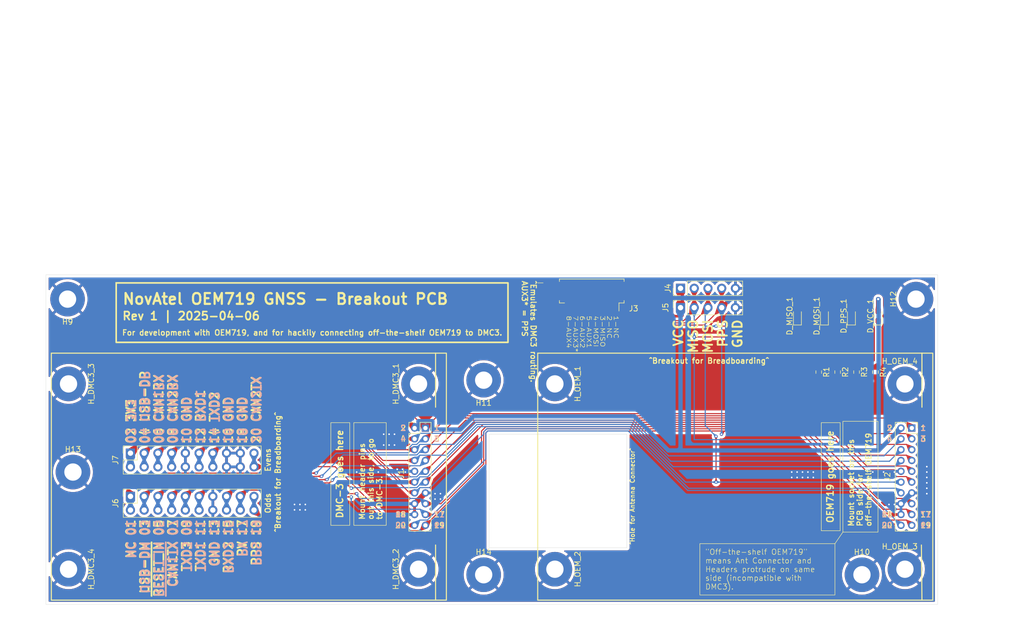
<source format=kicad_pcb>
(kicad_pcb (version 20241229) (generator "pcbnew") (generator_version "9.0")
  (title_block (date "2025-04-06") (rev "Rev 1"))
  (layers (0 "F.Cu" signal) (2 "B.Cu" signal) (13 "F.Paste" user) (15 "B.Paste" user) (5 "F.SilkS" user "F.Silkscreen") (7 "B.SilkS" user "B.Silkscreen") (1 "F.Mask" user) (3 "B.Mask" user) (25 "Edge.Cuts" user))
  (net 0 "")
  (net 1 "PIN_11")
  (net 2 "Net-(D_MISO_1-K)")
  (net 3 "Net-(D_MOSI_1-K)")
  (net 4 "PIN_12")
  (net 5 "Net-(D_PPS_1-K)")
  (net 6 "PIN_19")
  (net 7 "PIN_10")
  (net 8 "PIN_2")
  (net 9 "PIN_9")
  (net 10 "PIN_8")
  (net 11 "PIN_3")
  (net 12 "PIN_14")
  (net 13 "PIN_20")
  (net 14 "PIN_17")
  (net 15 "PIN_5")
  (net 16 "PIN_1")
  (net 17 "PIN_7")
  (net 18 "PIN_15")
  (net 19 "PIN_6")
  (net 20 "PIN_4")
  (net 26 "Net-(D_VCC_1-K)")
  (footprint "00-footprint-lib:Molex_PicoBlade_53261-0871_1x08-1MP_P1.25mm_Horizontal_Labelled" (layer "F.Cu") (at 130 74 180)
    (property "Reference" "J3")
    (property "Value" "Picoblade")
  )
  (footprint "Diode_SMD:D_0603_1608Metric_Pad1.05x0.95mm_HandSolder" (layer "F.Cu") (at 178.05 78.125 90)
    (property "Reference" "D_PPS_1")
    (property "Value" "LED")
  )
  (footprint "Resistor_SMD:R_0603_1608Metric_Pad0.98x0.95mm_HandSolder" (layer "F.Cu") (at 172 88.5 -90)
    (property "Reference" "R1")
    (property "Value" "5k1")
  )
  (footprint "MountingHole:MountingHole_3.2mm_M3_Pad" (layer "F.Cu") (at 33 75 180)
    (property "Reference" "H9")
    (property "Value" "MountingHole_Pad")
  )
  (footprint "Resistor_SMD:R_0603_1608Metric_Pad0.98x0.95mm_HandSolder" (layer "F.Cu") (at 179 88.5 -90)
    (property "Reference" "R3")
    (property "Value" "5k1")
  )
  (footprint "MountingHole:MountingHole_3.2mm_M3_Pad" (layer "F.Cu") (at 123.18 124.98 -90)
    (property "Reference" "H_OEM_2")
    (property "Value" "MountingHole_Pad")
  )
  (footprint "MountingHole:MountingHole_3.2mm_M3_Pad" (layer "F.Cu") (at 110 126)
    (property "Reference" "H14")
    (property "Value" "MountingHole_Pad")
  )
  (footprint "00-footprint-lib:PinSocket_2x10_P2.00mm_Vertical_for_OEM719" (layer "F.Cu") (at 189.22 98.86)
    (property "Reference" "J2")
    (property "Value" "Conn_02x10_Odd_Even")
  )
  (footprint "Diode_SMD:D_0603_1608Metric_Pad1.05x0.95mm_HandSolder" (layer "F.Cu") (at 183 78.125 90)
    (property "Reference" "D_VCC_1")
    (property "Value" "LED")
  )
  (footprint "Connector_PinHeader_2.54mm:PinHeader_1x05_P2.54mm_Vertical" (layer "F.Cu") (at 146.425 73 90)
    (property "Reference" "J4")
    (property "Value" "2.54mm Header")
  )
  (footprint "MountingHole:MountingHole_3.2mm_M3_Pad" (layer "F.Cu") (at 180 126)
    (property "Reference" "H10")
    (property "Value" "MountingHole_Pad")
  )
  (footprint "00-footprint-lib:PinHeader_2x10_P2.00mm_Vertical_to_DMC3" (layer "F.Cu") (at 97.22 98.86)
    (property "Reference" "J1")
    (property "Value" "Conn_02x10_Odd_Even")
  )
  (footprint "MountingHole:MountingHole_3.2mm_M3_Pad" (layer "F.Cu") (at 187.95 90.69)
    (property "Reference" "H_OEM_4")
    (property "Value" "MountingHole_Pad")
  )
  (footprint "MountingHole:MountingHole_3.2mm_M3_Pad" (layer "F.Cu") (at 97.95 124.98 90)
    (property "Reference" "H_DMC3_2")
    (property "Value" "MountingHole_Pad")
  )
  (footprint "Diode_SMD:D_0603_1608Metric_Pad1.05x0.95mm_HandSolder" (layer "F.Cu") (at 173.05 78.125 90)
    (property "Reference" "D_MOSI_1")
    (property "Value" "LED")
  )
  (footprint "MountingHole:MountingHole_3.2mm_M3_Pad" (layer "F.Cu") (at 97.95 90.69 90)
    (property "Reference" "H_DMC3_1")
    (property "Value" "MountingHole_Pad")
  )
  (footprint "MountingHole:MountingHole_3.2mm_M3_Pad" (layer "F.Cu") (at 123.18 90.69 -90)
    (property "Reference" "H_OEM_1")
    (property "Value" "MountingHole_Pad")
  )
  (footprint "Resistor_SMD:R_0603_1608Metric_Pad0.98x0.95mm_HandSolder" (layer "F.Cu") (at 182.5 88.5 -90)
    (property "Reference" "R4")
    (property "Value" "5k1")
  )
  (footprint "MountingHole:MountingHole_3.2mm_M3_Pad" (layer "F.Cu") (at 190 75 90)
    (property "Reference" "H12")
    (property "Value" "MountingHole_Pad")
  )
  (footprint "00-footprint-lib:PinHeaderSocket_2x10_P2.54mm_Vertical" (layer "F.Cu") (at 44.64 111.5 90)
    (property "Reference" "J6")
    (property "Value" "Conn_02x10_Odd_Even")
  )
  (footprint "00-footprint-lib:PinHeaderSocket_2x10_P2.54mm_Vertical" (layer "F.Cu") (at 44.64 103.5 90)
    (property "Reference" "J7")
    (property "Value" "Conn_02x10_Odd_Even")
  )
  (footprint "Connector_PinSocket_2.54mm:PinSocket_1x05_P2.54mm_Vertical" (layer "F.Cu") (at 146.425 76.575 90)
    (property "Reference" "J5")
    (property "Value" "2.54mm Socket")
  )
  (footprint "MountingHole:MountingHole_3.2mm_M3_Pad" (layer "F.Cu") (at 33.18 124.98 -90)
    (property "Reference" "H_DMC3_4")
    (property "Value" "MountingHole_Pad")
  )
  (footprint "MountingHole:MountingHole_3.2mm_M3_Pad" (layer "F.Cu") (at 33.18 90.69 -90)
    (property "Reference" "H_DMC3_3")
    (property "Value" "MountingHole_Pad")
  )
  (footprint "Resistor_SMD:R_0603_1608Metric_Pad0.98x0.95mm_HandSolder" (layer "F.Cu") (at 175.5 88.5 -90)
    (property "Reference" "R2")
    (property "Value" "5k1")
  )
  (footprint "MountingHole:MountingHole_3.2mm_M3_Pad" (layer "F.Cu") (at 110 90 180)
    (property "Reference" "H11")
    (property "Value" "MountingHole_Pad")
  )
  (footprint "MountingHole:MountingHole_3.2mm_M3_Pad" (layer "F.Cu") (at 34 107)
    (property "Reference" "H13")
    (property "Value" "MountingHole_Pad")
  )
  (footprint "Diode_SMD:D_0603_1608Metric_Pad1.05x0.95mm_HandSolder" (layer "F.Cu") (at 168.05 78.125 90)
    (property "Reference" "D_MISO_1")
    (property "Value" "LED")
  )
  (footprint "MountingHole:MountingHole_3.2mm_M3_Pad" (layer "F.Cu") (at 187.95 124.98)
    (property "Reference" "H_OEM_3")
    (property "Value" "MountingHole_Pad")
  )
  (gr_rect (start 42 72) (end 114.5 83) (stroke (width 0.3)) (fill no) (layer "F.SilkS"))
  (gr_line (start 101.1 85) (end 101.1 95) (stroke (width 0.2)) (layer "F.SilkS"))
  (gr_line (start 120 72) (end 121 72) (stroke (width 0.1)) (layer "F.SilkS"))
  (gr_line (start 191.1 85) (end 191.1 95) (stroke (width 0.2)) (layer "F.SilkS"))
  (gr_line (start 191.1 130.7) (end 191 120.5) (stroke (width 0.2)) (layer "F.SilkS"))
  (gr_rect (start 120 85) (end 193.1 130.7) (stroke (width 0.2)) (fill no) (layer "F.SilkS"))
  (gr_line (start 101.1 130.7) (end 101.1 120.5) (stroke (width 0.2)) (layer "F.SilkS"))
  (gr_line (start 175 120.25) (end 176.47 118.11) (stroke (width 0.1)) (layer "F.SilkS"))
  (gr_rect (start 30 85) (end 103.1 130.7) (stroke (width 0.2)) (fill no) (layer "F.SilkS"))
  (gr_rect (start 111 100) (end 136.5 121) (stroke (width 0.05)) (fill no) (layer "Edge.Cuts"))
  (gr_rect (start 29 70.5) (end 194 131.5) (stroke (width 0.05)) (fill no) (layer "Edge.Cuts"))
  (gr_text "Rev 1 | 2025-04-06" (at 43 79 0) (layer "F.SilkS") (effects (font (size 1.5 1.5) (thickness 0.3) (bold yes)) (justify left bottom)))
  (gr_text "For development with OEM719, and for hackily connecting off-the-shelf OEM719 to DMC3." (at 43 81.8 0) (layer "F.SilkS") (effects (font (size 1 1) (thickness 0.2) (bold yes)) (justify left bottom)))
  (gr_text "NovAtel OEM719 GNSS - Breakout PCB" (at 43 73.8 0) (layer "F.SilkS") (effects (font (size 2 2) (thickness 0.4) (bold yes)) (justify left top)))
  (gr_text "^Hole for Antenna Connector^" (at 138 120.5 90) (layer "F.SilkS") (effects (font (size 0.8 0.8) (thickness 0.16) (bold yes)) (justify left bottom)))
  (gr_text "Evens" (at 69.5 104.77 90) (layer "F.SilkS") (effects (font (size 1 1) (thickness 0.2) (bold yes)) (justify top)))
  (gr_text "VCC\nMISO\nMOSI\nPPS\nGND" (at 151.5 78.6 90) (layer "F.SilkS") (effects (font (size 1.7 1.7) (thickness 0.34) (bold yes)) (justify right)))
  (gr_text "^Emulates DMC3 routing.\nAUX3* = PPS" (at 117 71.5 270) (layer "F.SilkS") (effects (font (size 1 1) (thickness 0.2) (bold yes)) (justify left bottom)))
  (gr_text "^Breakout for Breadboarding^" (at 72.5 107 90) (layer "F.SilkS") (effects (font (size 1 1) (thickness 0.2) (bold yes)) (justify bottom)))
  (gr_text "NC 01\nUSB-DM 03\n~{RESET_IN} 05\nCAN1TX 07\nTXD3 09\nTXD1 11\nGND 13\nRXD2 15\nPV 17\nPPS 19\n" (at 68.83 115.64 90) (layer "F.SilkS") (effects (font (size 1.6 1.5) (thickness 0.325) (bold yes)) (justify right bottom)))
  (gr_text "Odds" (at 69.5 112.77 90) (layer "F.SilkS") (effects (font (size 1 1) (thickness 0.2) (bold yes)) (justify top)))
  (gr_text "02 3V3\n04 USB-DP\n06 CAN1RX\n08 CAN2RX\n10 GND\n12 RXD1\n14 TXD2\n16 GND\n18 GND\n20 CAN2TX" (at 68.83 101.9 90) (layer "F.SilkS") (effects (font (size 1.6 1.5) (thickness 0.326) (bold yes)) (justify left bottom)))
  (gr_text "^Breakout for Breadboarding^" (at 140.5 87 0) (layer "F.SilkS") (effects (font (size 1 1) (thickness 0.2) (bold yes)) (justify left bottom)))
  (gr_text "PPS 19\nPV 17\nRXD2 15\nGND 13\nTXD1 11\nTXD3 09\nCAN1TX 07\n~{RESET_IN} 05\nUSB-DM 03\nNC 01" (at 68.83 115.64 270) (layer "B.SilkS") (effects (font (size 1.6 1.5) (thickness 0.325) (bold yes)) (justify right top mirror)))
  (gr_text "20 CAN2TX  \n18 GND  \n16 GND  \n14 TXD2  \n12 RXD1  \n10 GND  \n08 CAN2RX  \n06 CAN1RX  \n04 USB-DP  \n02 3V3  \n" (at 68.83 101.9 270) (layer "B.SilkS") (effects (font (size 1.6 1.5) (thickness 0.326) (bold yes)) (justify left top mirror)))
  (gr_text_box "{dblquote}Off-the-shelf OEM719{dblquote} means Ant Connector and Headers protrude on same side (incompatible with DMC3)." (start 150 120.25) (end 175 129.75) (margins 1.0025 1.0025 1.0025 1.0025) (layer "F.SilkS") (effects (font (size 1 1) (thickness 0.1)) (justify left top)) (border yes) (stroke (width 0.1)))
  (segment (start 168.05 77.25) (end 166.8 76) (width 0.2) (layer "F.Cu") (net 1))
  (segment (start 131.875 77.875) (end 131.875 76.4) (width 0.2) (layer "F.Cu") (net 1))
  (segment (start 133 79) (end 131.875 77.875) (width 0.2) (layer "F.Cu") (net 1))
  (segment (start 148.965 76.575) (end 148.965 77.035) (width 0.2) (layer "F.Cu") (net 1))
  (segment (start 59.34 109.5) (end 85 109.5) (width 0.2) (layer "F.Cu") (net 1))
  (segment (start 57.34 111.5) (end 59.34 109.5) (width 0.2) (layer "F.Cu") (net 1))
  (segment (start 188.196 107.836) (end 189.22 108.86) (width 0.2) (layer "F.Cu") (net 1))
  (segment (start 148.965 73) (end 148.965 76.575) (width 0.2) (layer "F.Cu") (net 1))
  (segment (start 164 76) (end 158 82) (width 0.2) (layer "F.Cu") (net 1))
  (segment (start 166.8 76) (end 164 76) (width 0.2) (layer "F.Cu") (net 1))
  (segment (start 158 82) (end 148.965 82) (width 0.2) (layer "F.Cu") (net 1))
  (segment (start 181.836 107.836) (end 188.196 107.836) (width 0.2) (layer "F.Cu") (net 1))
  (segment (start 148.965 77.035) (end 147 79) (width 0.2) (layer "F.Cu") (net 1))
  (segment (start 175 101) (end 181.836 107.836) (width 0.2) (layer "F.Cu") (net 1))
  (segment (start 172.196 98.196) (end 175 101) (width 0.2) (layer "F.Cu") (net 1))
  (segment (start 99.22 108.86) (end 109.884 98.196) (width 0.2) (layer "F.Cu") (net 1))
  (segment (start 109.884 98.196) (end 172.196 98.196) (width 0.2) (layer "F.Cu") (net 1))
  (segment (start 85 109.5) (end 85.5 110) (width 0.2) (layer "F.Cu") (net 1))
  (segment (start 147 79) (end 133 79) (width 0.2) (layer "F.Cu") (net 1))
  (via (at 148.965 82) (size 0.6) (drill 0.3) (layers "F.Cu" "B.Cu") (net 1))
  (via (at 175 101) (size 0.6) (drill 0.3) (layers "F.Cu" "B.Cu") (net 1))
  (via (at 85.5 110) (size 0.6) (drill 0.3) (layers "F.Cu" "B.Cu") (net 1))
  (segment (start 85.5 110) (end 85.616 109.884) (width 0.2) (layer "B.Cu") (net 1))
  (segment (start 149 101) (end 175 101) (width 0.2) (layer "B.Cu") (net 1))
  (segment (start 57.34 111.5) (end 57.34 114.04) (width 0.2) (layer "B.Cu") (net 1))
  (segment (start 97.624273 109.884) (end 98.648273 108.86) (width 0.2) (layer "B.Cu") (net 1))
  (segment (start 85.616 109.884) (end 97.624273 109.884) (width 0.2) (layer "B.Cu") (net 1))
  (segment (start 148.965 100.965) (end 149 101) (width 0.2) (layer "B.Cu") (net 1))
  (segment (start 148.965 82) (end 148.965 100.965) (width 0.2) (layer "B.Cu") (net 1))
  (segment (start 98.648273 108.86) (end 99.22 108.86) (width 0.2) (layer "B.Cu") (net 1))
  (segment (start 148.965 76.575) (end 148.965 82) (width 0.2) (layer "B.Cu") (net 1))
  (segment (start 168.05 79) (end 168.05 83.6375) (width 0.2) (layer "F.Cu") (net 2))
  (segment (start 168.05 83.6375) (end 172 87.5875) (width 0.2) (layer "F.Cu") (net 2))
  (segment (start 173.05 85.1375) (end 175.5 87.5875) (width 0.2) (layer "F.Cu") (net 3))
  (segment (start 173.05 79) (end 173.05 85.1375) (width 0.2) (layer "F.Cu") (net 3))
  (segment (start 148.679 79.401) (end 132.826 79.401) (width 0.2) (layer "F.Cu") (net 4))
  (segment (start 130.625 77.2) (end 130.625 76.4) (width 0.2) (layer "F.Cu") (net 4))
  (segment (start 173.05 77.25) (end 173.05 76.451) (width 0.2) (layer "F.Cu") (net 4))
  (segment (start 153 100.4) (end 153 108.86) (width 0.2) (layer "F.Cu") (net 4))
  (segment (start 162.599 75.401) (end 158 80) (width 0.2) (layer "F.Cu") (net 4))
  (segment (start 94.86 108.86) (end 97.22 108.86) (width 0.2) (layer "F.Cu") (net 4))
  (segment (start 172 75.401) (end 162.599 75.401) (width 0.2) (layer "F.Cu") (net 4))
  (segment (start 91.261 105.261) (end 94.86 108.86) (width 0.2) (layer "F.Cu") (net 4))
  (segment (start 57.34 103.5) (end 60.84 100) (width 0.2) (layer "F.Cu") (net 4))
  (segment (start 151.505 76.575) (end 148.679 79.401) (width 0.2) (layer "F.Cu") (net 4))
  (segment (start 173.05 76.451) (end 172 75.401) (width 0.2) (layer "F.Cu") (net 4))
  (segment (start 85.9329 100) (end 91.1939 105.261) (width 0.2) (layer "F.Cu") (net 4))
  (segment (start 60.84 100) (end 85.9329 100) (width 0.2) (layer "F.Cu") (net 4))
  (segment (start 151.505 73) (end 151.505 76.575) (width 0.2) (layer "F.Cu") (net 4))
  (segment (start 91.1939 105.261) (end 91.261 105.261) (width 0.2) (layer "F.Cu") (net 4))
  (segment (start 158 80) (end 153 80) (width 0.2) (layer "F.Cu") (net 4))
  (segment (start 132.826 79.401) (end 130.625 77.2) (width 0.2) (layer "F.Cu") (net 4))
  (via (at 153 108.86) (size 0.6) (drill 0.3) (layers "F.Cu" "B.Cu") (net 4))
  (via (at 153 100.4) (size 0.6) (drill 0.3) (layers "F.Cu" "B.Cu") (net 4))
  (via (at 153 80) (size 0.6) (drill 0.3) (layers "F.Cu" "B.Cu") (net 4))
  (segment (start 97.22 108.86) (end 98.196 107.884) (width 0.2) (layer "B.Cu") (net 4))
  (segment (start 151.505 76.575) (end 151 77.08) (width 0.2) (layer "B.Cu") (net 4))
  (segment (start 151 80) (end 151 98.4) (width 0.2) (layer "B.Cu") (net 4))
  (segment (start 99.624273 107.884) (end 108.911273 98.597) (width 0.2) (layer "B.Cu") (net 4))
  (segment (start 151 77.08) (end 151 80) (width 0.2) (layer "B.Cu") (net 4))
  (segment (start 137.081142 98.597) (end 147.344142 108.86) (width 0.2) (layer "B.Cu") (net 4))
  (segment (start 57.34 103.5) (end 57.34 106.04) (width 0.2) (layer "B.Cu") (net 4))
  (segment (start 108.911273 98.597) (end 137.081142 98.597) (width 0.2) (layer "B.Cu") (net 4))
  (segment (start 147.344142 108.86) (end 153 108.86) (width 0.2) (layer "B.Cu") (net 4))
  (segment (start 153 80) (end 151 80) (width 0.2) (layer "B.Cu") (net 4))
  (segment (start 153 108.86) (end 187.22 108.86) (width 0.2) (layer "B.Cu") (net 4))
  (segment (start 98.196 107.884) (end 99.624273 107.884) (width 0.2) (layer "B.Cu") (net 4))
  (segment (start 151 98.4) (end 153 100.4) (width 0.2) (layer "B.Cu") (net 4))
  (segment (start 178.05 79) (end 178.05 86.6375) (width 0.2) (layer "F.Cu") (net 5))
  (segment (start 178.05 86.6375) (end 179 87.5875) (width 0.2) (layer "F.Cu") (net 5))
  (segment (start 154.045 73) (end 154.045 76.575) (width 0.2) (layer "F.Cu") (net 6))
  (segment (start 175.8 75) (end 178.05 77.25) (width 0.2) (layer "F.Cu") (net 6))
  (segment (start 155 99.399) (end 168.378727 99.399) (width 0.2) (layer "F.Cu") (net 6))
  (segment (start 126.875 77.762064) (end 126.875 76.4) (width 0.2) (layer "F.Cu") (net 6))
  (segment (start 155.62 75) (end 175.8 75) (width 0.2) (layer "F.Cu") (net 6))
  (segment (start 184.863727 115.884) (end 188.244 115.884) (width 0.2) (layer "F.Cu") (net 6))
  (segment (start 71.296 117.836) (end 98.244 117.836) (width 0.2) (layer "F.Cu") (net 6))
  (segment (start 128.914936 79.802) (end 126.875 77.762064) (width 0.2) (layer "F.Cu") (net 6))
  (segment (start 154.045 76.575) (end 155.62 75) (width 0.2) (layer "F.Cu") (net 6))
  (segment (start 154 100) (end 154.601 99.399) (width 0.2) (layer "F.Cu") (net 6))
  (segment (start 154.045 76.575) (end 150.818 79.802) (width 0.2) (layer "F.Cu") (net 6))
  (segment (start 67.5 114.04) (end 71.296 117.836) (width 0.2) (layer "F.Cu") (net 6))
  (segment (start 99.22 116.86) (end 110.399 105.681) (width 0.2) (layer "F.Cu") (net 6))
  (segment (start 110.751058 99.399) (end 155 99.399) (width 0.2) (layer "F.Cu") (net 6))
  (segment (start 110.399 105.681) (end 110.399 99.751058) (width 0.2) (layer "F.Cu") (net 6))
  (segment (start 188.244 115.884) (end 189.22 116.86) (width 0.2) (layer "F.Cu") (net 6))
  (segment (start 168.378727 99.399) (end 184.863727 115.884) (width 0.2) (layer "F.Cu") (net 6))
  (segment (start 98.244 117.836) (end 99.22 116.86) (width 0.2) (layer "F.Cu") (net 6))
  (segment (start 154.601 99.399) (end 155 99.399) (width 0.2) (layer "F.Cu") (net 6))
  (segment (start 110.399 99.751058) (end 110.751058 99.399) (width 0.2) (layer "F.Cu") (net 6))
  (segment (start 150.818 79.802) (end 128.914936 79.802) (width 0.2) (layer "F.Cu") (net 6))
  (via (at 154 100) (size 0.6) (drill 0.3) (layers "F.Cu" "B.Cu") (net 6))
  (segment (start 154.045 76.575) (end 154.045 99.955) (width 0.2) (layer "B.Cu") (net 6))
  (segment (start 67.5 111.5) (end 67.5 114.04) (width 0.2) (layer "B.Cu") (net 6))
  (segment (start 154.045 99.955) (end 154 100) (width 0.2) (layer "B.Cu") (net 6))
  (segment (start 64.96 106.04) (end 64.96 103.5) (width 0.2) (layer "F.Cu") (net 7))
  (segment (start 97.22 112.86) (end 99.22 110.86) (width 1) (layer "F.Cu") (net 7))
  (segment (start 54.8 106.04) (end 54.8 103.5) (width 0.2) (layer "F.Cu") (net 7))
  (segment (start 62.42 106.04) (end 62.42 103.5) (width 0.2) (layer "F.Cu") (net 7))
  (via (at 95 106.5) (size 0.6) (drill 0.3) (layers "F.Cu" "B.Cu") (net 7))
  (via (at 76 113) (size 0.6) (drill 0.3) (layers "F.Cu" "B.Cu") (net 7))
  (via (at 168 107) (size 0.6) (drill 0.3) (layers "F.Cu" "B.Cu") (net 7))
  (via (at 169 108) (size 0.6) (drill 0.3) (layers "F.Cu" "B.Cu") (net 7))
  (via (at 192 109) (size 0.6) (drill 0.3) (layers "F.Cu" "B.Cu") (net 7))
  (via (at 192 106) (size 0.6) (drill 0.3) (layers "F.Cu" "B.Cu") (net 7))
  (via (at 170 107) (size 0.6) (drill 0.3) (layers "F.Cu" "B.Cu") (net 7))
  (via (at 75 113) (size 0.6) (drill 0.3) (layers "F.Cu" "B.Cu") (net 7))
  (via (at 184 107) (size 0.6) (drill 0.3) (layers "F.Cu" "B.Cu") (net 7))
  (via (at 76 114) (size 0.6) (drill 0.3) (layers "F.Cu" "B.Cu") (net 7))
  (via (at 170 108) (size 0.6) (drill 0.3) (layers "F.Cu" "B.Cu") (net 7))
  (via (at 171 108) (size 0.6) (drill 0.3) (layers "F.Cu" "B.Cu") (net 7))
  (via (at 86.5 107) (size 0.6) (drill 0.3) (layers "F.Cu" "B.Cu") (net 7))
  (via (at 102 112) (size 0.6) (drill 0.3) (layers "F.Cu" "B.Cu") (net 7))
  (via (at 168 108) (size 0.6) (drill 0.3) (layers "F.Cu" "B.Cu") (net 7))
  (via (at 192 108) (size 0.6) (drill 0.3) (layers "F.Cu" "B.Cu") (net 7))
  (via (at 75 114) (size 0.6) (drill 0.3) (layers "F.Cu" "B.Cu") (net 7))
  (via (at 101 111) (size 0.6) (drill 0.3) (layers "F.Cu" "B.Cu") (net 7))
  (via (at 93.5 102) (size 0.6) (drill 0.3) (layers "F.Cu" "B.Cu") (net 7))
  (via (at 185 113) (size 0.6) (drill 0.3) (layers "F.Cu" "B.Cu") (net 7))
  (via (at 92.5 100) (size 0.6) (drill 0.3) (layers "F.Cu" "B.Cu") (net 7))
  (via (at 93.5 100) (size 0.6) (drill 0.3) (layers "F.Cu" "B.Cu") (net 7))
  (via (at 171 107) (size 0.6) (drill 0.3) (layers "F.Cu" "B.Cu") (net 7))
  (via (at 91.5 102) (size 0.6) (drill 0.3) (layers "F.Cu" "B.Cu") (net 7))
  (via (at 186 107) (size 0.6) (drill 0.3) (layers "F.Cu" "B.Cu") (net 7))
  (via (at 167 107) (size 0.6) (drill 0.3) (layers "F.Cu" "B.Cu") (net 7))
  (via (at 77 113) (size 0.6) (drill 0.3) (layers "F.Cu" "B.Cu") (net 7))
  (via (at 167 108) (size 0.6) (drill 0.3) (layers "F.Cu" "B.Cu") (net 7))
  (via (at 94 106.5) (size 0.6) (drill 0.3) (layers "F.Cu" "B.Cu") (net 7))
  (via (at 192 110) (size 0.6) (drill 0.3) (layers "F.Cu" "B.Cu") (net 7))
  (via (at 101 112) (size 0.6) (drill 0.3) (layers "F.Cu" "B.Cu") (net 7))
  (via (at 90.5 107) (size 0.6) (drill 0.3) (layers "F.Cu" "B.Cu") (net 7))
  (via (at 102 111) (size 0.6) (drill 0.3) (layers "F.Cu" "B.Cu") (net 7))
  (via (at 95.5 107) (size 0.6) (drill 0.3) (layers "F.Cu" "B.Cu") (net 7))
  (via (at 77 114) (size 0.6) (drill 0.3) (layers "F.Cu" "B.Cu") (net 7))
  (via (at 182 107) (size 0.6) (drill 0.3) (layers "F.Cu" "B.Cu") (net 7))
  (via (at 91.5 100) (size 0.6) (drill 0.3) (layers "F.Cu" "B.Cu") (net 7))
  (via (at 92.5 102) (size 0.6) (drill 0.3) (layers "F.Cu" "B.Cu") (net 7))
  (via (at 192 111) (size 0.6) (drill 0.3) (layers "F.Cu" "B.Cu") (net 7))
  (via (at 186 113) (size 0.6) (drill 0.3) (layers "F.Cu" "B.Cu") (net 7))
  (via (at 169 107) (size 0.6) (drill 0.3) (layers "F.Cu" "B.Cu") (net 7))
  (via (at 192 107) (size 0.6) (drill 0.3) (layers "F.Cu" "B.Cu") (net 7))
  (segment (start 187.22 112.86) (end 189.22 110.86) (width 1) (layer "B.Cu") (net 7))
  (segment (start 59.88 111.5) (end 59.88 114.04) (width 0.2) (layer "B.Cu") (net 7))
  (segment (start 183 75) (end 183 77.25) (width 0.8) (layer "F.Cu") (net 8))
  (segment (start 50.64 97.5) (end 95.86 97.5) (width 0.8) (layer "F.Cu") (net 8))
  (segment (start 95.86 97.5) (end 97.22 98.86) (width 0.8) (layer "F.Cu") (net 8))
  (segment (start 146.425 73) (end 146.425 76.575) (width 0.8) (layer "F.Cu") (net 8))
  (segment (start 44.64 103.5) (end 50.64 97.5) (width 0.8) (layer "F.Cu") (net 8))
  (via (at 183 75) (size 0.8) (drill 0.4) (layers "F.Cu" "B.Cu") (net 8))
  (segment (start 146.425 102.575) (end 146 103) (width 0.8) (layer "B.Cu") (net 8))
  (segment (start 146 103) (end 183.08 103) (width 0.8) (layer "B.Cu") (net 8))
  (segment (start 97.944 97.584) (end 100.496 97.584) (width 0.8) (layer "B.Cu") (net 8))
  (segment (start 108.122609 96.693) (end 108.703337 96.693) (width 0.8) (layer "B.Cu") (net 8))
  (segment (start 108.703337 96.693) (end 137.289078 96.693) (width 0.8) (layer "B.Cu") (net 8))
  (segment (start 100.496 97.584) (end 100.496 99.135) (width 0.8) (layer "B.Cu") (net 8))
  (segment (start 137.289078 96.693) (end 137.869806 96.693) (width 0.8) (layer "B.Cu") (net 8))
  (segment (start 183.08 103) (end 183.08 75.08) (width 0.8) (layer "B.Cu") (net 8))
  (segment (start 100.496 99.135) (end 105.680609 99.135) (width 0.8) (layer "B.Cu") (net 8))
  (segment (start 44.64 103.5) (end 44.64 106.04) (width 0.8) (layer "B.Cu") (net 8))
  (segment (start 97.22 98.86) (end 97.22 98.308) (width 0.8) (layer "B.Cu") (net 8))
  (segment (start 97.944 99.032) (end 97.944 97.584) (width 0.8) (layer "B.Cu") (net 8))
  (segment (start 105.680609 99.135) (end 107.711973 97.103636) (width 0.8) (layer "B.Cu") (net 8))
  (segment (start 138.280442 97.103636) (end 144.176806 103) (width 0.8) (layer "B.Cu") (net 8))
  (segment (start 183.08 103) (end 187.22 98.86) (width 0.8) (layer "B.Cu") (net 8))
  (segment (start 107.711973 97.103636) (end 108.122609 96.693) (width 0.8) (layer "B.Cu") (net 8))
  (segment (start 144.176806 103) (end 146 103) (width 0.8) (layer "B.Cu") (net 8))
  (segment (start 137.869806 96.693) (end 138.280442 97.103636) (width 0.8) (layer "B.Cu") (net 8))
  (segment (start 146.425 76.575) (end 146.425 102.575) (width 0.8) (layer "B.Cu") (net 8))
  (segment (start 183.08 75.08) (end 183 75) (width 0.8) (layer "B.Cu") (net 8))
  (segment (start 97.22 98.308) (end 97.944 99.032) (width 0.8) (layer "B.Cu") (net 8))
  (segment (start 181 106) (end 181.116 105.884) (width 0.2) (layer "F.Cu") (net 9))
  (segment (start 57.3 109) (end 81.5 109) (width 0.2) (layer "F.Cu") (net 9))
  (segment (start 54.8 111.5) (end 57.3 109) (width 0.2) (layer "F.Cu") (net 9))
  (segment (start 99.22 106.86) (end 108.285 97.795) (width 0.2) (layer "F.Cu") (net 9))
  (segment (start 81.5 109) (end 82 108.5) (width 0.2) (layer "F.Cu") (net 9))
  (segment (start 188.244 105.884) (end 189.22 106.86) (width 0.2) (layer "F.Cu") (net 9))
  (segment (start 181.116 105.884) (end 188.244 105.884) (width 0.2) (layer "F.Cu") (net 9))
  (segment (start 172.795 97.795) (end 181 106) (width 0.2) (layer "F.Cu") (net 9))
  (segment (start 108.285 97.795) (end 172.795 97.795) (width 0.2) (layer "F.Cu") (net 9))
  (via (at 82 108.5) (size 0.6) (drill 0.3) (layers "F.Cu" "B.Cu") (net 9))
  (segment (start 54.8 111.5) (end 54.8 114.04) (width 0.2) (layer "B.Cu") (net 9))
  (segment (start 97.624273 107.884) (end 98.648273 106.86) (width 0.2) (layer "B.Cu") (net 9))
  (segment (start 98.648273 106.86) (end 99.22 106.86) (width 0.2) (layer "B.Cu") (net 9))
  (segment (start 82 108.5) (end 82.616 107.884) (width 0.2) (layer "B.Cu") (net 9))
  (segment (start 82.616 107.884) (end 97.624273 107.884) (width 0.2) (layer "B.Cu") (net 9))
  (segment (start 52.26 103.5) (end 56.26 99.5) (width 0.2) (layer "F.Cu") (net 10))
  (segment (start 56.26 99.5) (end 86 99.5) (width 0.2) (layer "F.Cu") (net 10))
  (segment (start 91.36 104.86) (end 97.22 104.86) (width 0.2) (layer "F.Cu") (net 10))
  (segment (start 86 99.5) (end 91.36 104.86) (width 0.2) (layer "F.Cu") (net 10))
  (segment (start 97.22 104.86) (end 98.196 103.884) (width 0.2) (layer "B.Cu") (net 10))
  (segment (start 103.057173 103.884) (end 108.745173 98.196) (width 0.2) (layer "B.Cu") (net 10))
  (segment (start 145.051242 106) (end 186.08 106) (width 0.2) (layer "B.Cu") (net 10))
  (segment (start 186.08 106) (end 187.22 104.86) (width 0.2) (layer "B.Cu") (net 10))
  (segment (start 137.247242 98.196) (end 145.051242 106) (width 0.2) (layer "B.Cu") (net 10))
  (segment (start 98.196 103.884) (end 103.057173 103.884) (width 0.2) (layer "B.Cu") (net 10))
  (segment (start 108.745173 98.196) (end 137.247242 98.196) (width 0.2) (layer "B.Cu") (net 10))
  (segment (start 52.26 103.5) (end 52.26 106.04) (width 0.2) (layer "B.Cu") (net 10))
  (segment (start 47.18 111.5) (end 51.48 107.2) (width 0.2) (layer "F.Cu") (net 11))
  (segment (start 103.488 96.592) (end 175.592 96.592) (width 0.2) (layer "F.Cu") (net 11))
  (segment (start 99.22 100.86) (end 103.488 96.592) (width 0.2) (layer "F.Cu") (net 11))
  (segment (start 51.48 107.2) (end 79 107.2) (width 0.2) (layer "F.Cu") (net 11))
  (segment (start 188.244 99.884) (end 189.22 100.86) (width 0.2) (layer "F.Cu") (net 11))
  (segment (start 179.116 99.884) (end 188.244 99.884) (width 0.2) (layer "F.Cu") (net 11))
  (segment (start 175.592 96.592) (end 179 100) (width 0.2) (layer "F.Cu") (net 11))
  (segment (start 179 100) (end 179.116 99.884) (width 0.2) (layer "F.Cu") (net 11))
  (via (at 79 107.2) (size 0.6) (drill 0.3) (layers "F.Cu" "B.Cu") (net 11))
  (segment (start 79 107.2) (end 82.7 103.5) (width 0.2) (layer "B.Cu") (net 11))
  (segment (start 96.244 102.455727) (end 96.815727 101.884) (width 0.2) (layer "B.Cu") (net 11))
  (segment (start 83.7329 103.5) (end 83.7979 103.435) (width 0.2) (layer "B.Cu") (net 11))
  (segment (start 83.7979 103.435) (end 84.1301 103.435) (width 0.2) (layer "B.Cu") (net 11))
  (segment (start 96.073273 103.435) (end 96.244 103.264273) (width 0.2) (layer "B.Cu") (net 11))
  (segment (start 82.7 103.5) (end 83.7329 103.5) (width 0.2) (layer "B.Cu") (net 11))
  (segment (start 84.1301 103.435) (end 96.073273 103.435) (width 0.2) (layer "B.Cu") (net 11))
  (segment (start 47.18 111.5) (end 47.18 114.04) (width 0.2) (layer "B.Cu") (net 11))
  (segment (start 97.624273 101.884) (end 98.648273 100.86) (width 0.2) (layer "B.Cu") (net 11))
  (segment (start 96.815727 101.884) (end 97.624273 101.884) (width 0.2) (layer "B.Cu") (net 11))
  (segment (start 96.244 103.264273) (end 96.244 102.455727) (width 0.2) (layer "B.Cu") (net 11))
  (segment (start 98.648273 100.86) (end 99.22 100.86) (width 0.2) (layer "B.Cu") (net 11))
  (segment (start 59.88 103.5) (end 62.88 100.5) (width 0.2) (layer "F.Cu") (net 12))
  (segment (start 96.2929 110.86) (end 97.22 110.86) (width 0.2) (layer "F.Cu") (net 12))
  (segment (start 85.8658 100.5) (end 91.0278 105.662) (width 0.2) (layer "F.Cu") (net 12))
  (segment (start 91.0278 105.662) (end 91.0949 105.662) (width 0.2) (layer "F.Cu") (net 12))
  (segment (start 62.88 100.5) (end 85.8658 100.5) (width 0.2) (layer "F.Cu") (net 12))
  (segment (start 91.0949 105.662) (end 96.2929 110.86) (width 0.2) (layer "F.Cu") (net 12))
  (segment (start 109.998 99.584958) (end 110.584958 98.998) (width 0.2) (layer "B.Cu") (net 12))
  (segment (start 136.915042 98.998) (end 147.917042 110) (width 0.2) (layer "B.Cu") (net 12))
  (segment (start 147.917042 110) (end 186.36 110) (width 0.2) (layer "B.Cu") (net 12))
  (segment (start 186.36 110) (end 187.22 110.86) (width 0.2) (layer "B.Cu") (net 12))
  (segment (start 109.998 100.002) (end 109.998 99.584958) (width 0.2) (layer "B.Cu") (net 12))
  (segment (start 110.584958 98.998) (end 136.915042 98.998) (width 0.2) (layer "B.Cu") (net 12))
  (segment (start 100.116 109.884) (end 109.998 100.002) (width 0.2) (layer "B.Cu") (net 12))
  (segment (start 97.22 110.86) (end 98.196 109.884) (width 0.2) (layer "B.Cu") (net 12))
  (segment (start 98.196 109.884) (end 100.116 109.884) (width 0.2) (layer "B.Cu") (net 12))
  (segment (start 59.88 103.5) (end 59.88 106.04) (width 0.2) (layer "B.Cu") (net 12))
  (segment (start 67.5 106.04) (end 67.54 106) (width 0.2) (layer "F.Cu") (net 13))
  (segment (start 82.5 106) (end 93.36 116.86) (width 0.2) (layer "F.Cu") (net 13))
  (segment (start 93.36 116.86) (end 97.22 116.86) (width 0.2) (layer "F.Cu") (net 13))
  (segment (start 67.54 106) (end 82.5 106) (width 0.2) (layer "F.Cu") (net 13))
  (segment (start 99.576273 115.884) (end 103.164 112.296273) (width 0.2) (layer "B.Cu") (net 13))
  (segment (start 97.22 116.86) (end 98.196 115.884) (width 0.2) (layer "B.Cu") (net 13))
  (segment (start 180.761 110.401) (end 187.22 116.86) (width 0.2) (layer "B.Cu") (net 13))
  (segment (start 98.196 115.884) (end 99.576273 115.884) (width 0.2) (layer "B.Cu") (net 13))
  (segment (start 147.750942 110.401) (end 180.761 110.401) (width 0.2) (layer "B.Cu") (net 13))
  (segment (start 103.164 112.296273) (end 103.164 111.836) (width 0.2) (layer "B.Cu") (net 13))
  (segment (start 110.751058 99.399) (end 136.748942 99.399) (width 0.2) (layer "B.Cu") (net 13))
  (segment (start 67.5 103.5) (end 67.5 106.04) (width 0.2) (layer "B.Cu") (net 13))
  (segment (start 110.399 99.751058) (end 110.751058 99.399) (width 0.2) (layer "B.Cu") (net 13))
  (segment (start 103.164 111.836) (end 110.399 104.601) (width 0.2) (layer "B.Cu") (net 13))
  (segment (start 136.748942 99.399) (end 147.750942 110.401) (width 0.2) (layer "B.Cu") (net 13))
  (segment (start 110.399 104.601) (end 110.399 99.751058) (width 0.2) (layer "B.Cu") (net 13))
  (segment (start 188.244 113.884) (end 189.22 114.86) (width 0.2) (layer "F.Cu") (net 14))
  (segment (start 154.4349 98.998) (end 154.7671 98.998) (width 0.2) (layer "F.Cu") (net 14))
  (segment (start 184 114) (end 184.116 113.884) (width 0.2) (layer "F.Cu") (net 14))
  (segment (start 168.212627 98.998) (end 168.544827 98.998) (width 0.2) (layer "F.Cu") (net 14))
  (segment (start 168.544827 98.998) (end 168.998 98.998) (width 0.2) (layer "F.Cu") (net 14))
  (segment (start 83.349 110.349) (end 66.111 110.349) (width 0.2) (layer "F.Cu") (net 14))
  (segment (start 109.998 99.584958) (end 110.2329 99.350058) (width 0.2) (layer "F.Cu") (net 14))
  (segment (start 109.998 99.917158) (end 109.998 99.584958) (width 0.2) (layer "F.Cu") (net 14))
  (segment (start 184.116 113.884) (end 188.244 113.884) (width 0.2) (layer "F.Cu") (net 14))
  (segment (start 110.917158 98.998) (end 154.4349 98.998) (width 0.2) (layer "F.Cu") (net 14))
  (segment (start 110.584958 98.998) (end 110.917158 98.998) (width 0.2) (layer "F.Cu") (net 14))
  (segment (start 99.22 114.86) (end 100.6529 114.86) (width 0.2) (layer "F.Cu") (net 14))
  (segment (start 168.998 98.998) (end 184 114) (width 0.2) (layer "F.Cu") (net 14))
  (segment (start 100.6529 114.86) (end 109.998 105.5149) (width 0.2) (layer "F.Cu") (net 14))
  (segment (start 110.2329 99.350058) (end 110.350058 99.2329) (width 0.2) (layer "F.Cu") (net 14))
  (segment (start 109.998 105.5149) (end 109.998 99.917158) (width 0.2) (layer "F.Cu") (net 14))
  (segment (start 155.1661 98.998) (end 168.212627 98.998) (width 0.2) (layer "F.Cu") (net 14))
  (segment (start 66.111 110.349) (end 64.96 111.5) (width 0.2) (layer "F.Cu") (net 14))
  (segment (start 110.350058 99.2329) (end 110.584958 98.998) (width 0.2) (layer "F.Cu") (net 14))
  (segment (start 154.8339 98.998) (end 155.1661 98.998) (width 0.2) (layer "F.Cu") (net 14))
  (segment (start 85.5 111.6) (end 84.6 111.6) (width 0.2) (layer "F.Cu") (net 14))
  (segment (start 84.6 111.6) (end 83.349 110.349) (width 0.2) (layer "F.Cu") (net 14))
  (segment (start 154.7671 98.998) (end 154.8339 98.998) (width 0.2) (layer "F.Cu") (net 14))
  (via (at 85.5 111.6) (size 0.6) (drill 0.3) (layers "F.Cu" "B.Cu") (net 14))
  (segment (start 64.96 111.5) (end 64.96 114.04) (width 0.2) (layer "B.Cu") (net 14))
  (segment (start 98.244 113.884) (end 99.22 114.86) (width 0.2) (layer "B.Cu") (net 14))
  (segment (start 85.5 112.5) (end 86.884 113.884) (width 0.2) (layer "B.Cu") (net 14))
  (segment (start 85.5 111.6) (end 85.5 112.5) (width 0.2) (layer "B.Cu") (net 14))
  (segment (start 86.884 113.884) (end 98.244 113.884) (width 0.2) (layer "B.Cu") (net 14))
  (segment (start 105.087 96.993) (end 174.993 96.993) (width 0.2) (layer "F.Cu") (net 15))
  (segment (start 49.72 111.5) (end 53.42 107.8) (width 0.2) (layer "F.Cu") (net 15))
  (segment (start 99.22 102.86) (end 105.087 96.993) (width 0.2) (layer "F.Cu") (net 15))
  (segment (start 188.244 101.884) (end 189.22 102.86) (width 0.2) (layer "F.Cu") (net 15))
  (segment (start 179.884 101.884) (end 188.244 101.884) (width 0.2) (layer "F.Cu") (net 15))
  (segment (start 53.42 107.8) (end 80 107.8) (width 0.2) (layer "F.Cu") (net 15))
  (segment (start 174.993 96.993) (end 179.884 101.884) (width 0.2) (layer "F.Cu") (net 15))
  (via (at 80 107.8) (size 0.6) (drill 0.3) (layers "F.Cu" "B.Cu") (net 15))
  (segment (start 98.600273 102.86) (end 99.22 102.86) (width 0.2) (layer "B.Cu") (net 15))
  (segment (start 80 107.8) (end 83.964 103.836) (width 0.2) (layer "B.Cu") (net 15))
  (segment (start 49.72 111.5) (end 49.72 114.04) (width 0.2) (layer "B.Cu") (net 15))
  (segment (start 83.964 103.836) (end 97.624273 103.836) (width 0.2) (layer "B.Cu") (net 15))
  (segment (start 97.624273 103.836) (end 98.600273 102.86) (width 0.2) (layer "B.Cu") (net 15))
  (segment (start 99.22 98.86) (end 101.889 96.191) (width 0.2) (layer "F.Cu") (net 16))
  (segment (start 42 108) (end 42 102.5) (width 0.2) (layer "F.Cu") (net 16))
  (segment (start 177.191 96.191) (end 178 97) (width 0.2) (layer "F.Cu") (net 16))
  (segment (start 178 97) (end 187.36 97) (width 0.2) (layer "F.Cu") (net 16))
  (segment (start 187.36 97) (end 189.22 98.86) (width 0.2) (layer "F.Cu") (net 16))
  (segment (start 42 102.5) (end 48.5 96) (width 0.2) (layer "F.Cu") (net 16))
  (segment (start 44.64 111.5) (end 44.64 110.64) (width 0.2) (layer "F.Cu") (net 16))
  (segment (start 44.64 110.64) (end 42 108) (width 0.2) (layer "F.Cu") (net 16))
  (segment (start 96.36 96) (end 99.22 98.86) (width 0.2) (layer "F.Cu") (net 16))
  (segment (start 101.889 96.191) (end 177.191 96.191) (width 0.2) (layer "F.Cu") (net 16))
  (segment (start 48.5 96) (end 96.36 96) (width 0.2) (layer "F.Cu") (net 16))
  (segment (start 44.64 111.5) (end 44.64 114.04) (width 0.2) (layer "B.Cu") (net 16))
  (segment (start 188.244 103.884) (end 189.22 104.86) (width 0.2) (layer "F.Cu") (net 17))
  (segment (start 52.26 111.5) (end 55.36 108.4) (width 0.2) (layer "F.Cu") (net 17))
  (segment (start 106.686 97.394) (end 173.394 97.394) (width 0.2) (layer "F.Cu") (net 17))
  (segment (start 55.36 108.4) (end 81 108.4) (width 0.2) (layer "F.Cu") (net 17))
  (segment (start 180 104) (end 180.116 103.884) (width 0.2) (layer "F.Cu") (net 17))
  (segment (start 173.394 97.394) (end 180 104) (width 0.2) (layer "F.Cu") (net 17))
  (segment (start 180.116 103.884) (end 188.244 103.884) (width 0.2) (layer "F.Cu") (net 17))
  (segment (start 99.22 104.86) (end 106.686 97.394) (width 0.2) (layer "F.Cu") (net 17))
  (via (at 81 108.4) (size 0.6) (drill 0.3) (layers "F.Cu" "B.Cu") (net 17))
  (segment (start 81 108.4) (end 83.564 105.836) (width 0.2) (layer "B.Cu") (net 17))
  (segment (start 52.26 111.5) (end 52.26 114.04) (width 0.2) (layer "B.Cu") (net 17))
  (segment (start 83.564 105.836) (end 98.244 105.836) (width 0.2) (layer "B.Cu") (net 17))
  (segment (start 98.244 105.836) (end 99.22 104.86) (width 0.2) (layer "B.Cu") (net 17))
  (segment (start 154.601 98.597) (end 154.6678 98.597) (width 0.2) (layer "F.Cu") (net 18))
  (segment (start 168.378727 98.597) (end 168.710927 98.597) (width 0.2) (layer "F.Cu") (net 18))
  (segment (start 83.948 109.948) (end 63.972 109.948) (width 0.2) (layer "F.Cu") (net 18))
  (segment (start 155.3322 98.597) (end 168.046527 98.597) (width 0.2) (layer "F.Cu") (net 18))
  (segment (start 168.8319 98.597) (end 169.1641 98.597) (width 0.2) (layer "F.Cu") (net 18))
  (segment (start 110.0668 98.949058) (end 110.183958 98.8319) (width 0.2) (layer "F.Cu") (net 18))
  (segment (start 109.8319 99.183958) (end 109.949058 99.0668) (width 0.2) (layer "F.Cu") (net 18))
  (segment (start 109.597 99.751058) (end 109.597 99.418858) (width 0.2) (layer "F.Cu") (net 18))
  (segment (start 99.22 112.86) (end 102.0858 112.86) (width 0.2) (layer "F.Cu") (net 18))
  (segment (start 154.2688 98.597) (end 154.601 98.597) (width 0.2) (layer "F.Cu") (net 18))
  (segment (start 169.597 98.597) (end 182.884 111.884) (width 0.2) (layer "F.Cu") (net 18))
  (segment (start 155 98.597) (end 155.3322 98.597) (width 0.2) (layer "F.Cu") (net 18))
  (segment (start 111.083258 98.597) (end 154.2688 98.597) (width 0.2) (layer "F.Cu") (net 18))
  (segment (start 182.884 111.884) (end 188.244 111.884) (width 0.2) (layer "F.Cu") (net 18))
  (segment (start 168.046527 98.597) (end 168.378727 98.597) (width 0.2) (layer "F.Cu") (net 18))
  (segment (start 109.597 99.418858) (end 109.8319 99.183958) (width 0.2) (layer "F.Cu") (net 18))
  (segment (start 110.751058 98.597) (end 111.083258 98.597) (width 0.2) (layer "F.Cu") (net 18))
  (segment (start 168.710927 98.597) (end 168.8319 98.597) (width 0.2) (layer "F.Cu") (net 18))
  (segment (start 63.972 109.948) (end 62.42 111.5) (width 0.2) (layer "F.Cu") (net 18))
  (segment (start 109.597 105.3488) (end 109.597 100.083258) (width 0.2) (layer "F.Cu") (net 18))
  (segment (start 110.183958 98.8319) (end 110.418858 98.597) (width 0.2) (layer "F.Cu") (net 18))
  (segment (start 110.418858 98.597) (end 110.751058 98.597) (width 0.2) (layer "F.Cu") (net 18))
  (segment (start 169.1641 98.597) (end 169.597 98.597) (width 0.2) (layer "F.Cu") (net 18))
  (segment (start 109.949058 99.0668) (end 110.0668 98.949058) (width 0.2) (layer "F.Cu") (net 18))
  (segment (start 188.244 111.884) (end 189.22 112.86) (width 0.2) (layer "F.Cu") (net 18))
  (segment (start 102.0858 112.86) (end 109.597 105.3488) (width 0.2) (layer "F.Cu") (net 18))
  (segment (start 85 111) (end 83.948 109.948) (width 0.2) (layer "F.Cu") (net 18))
  (segment (start 109.597 100.083258) (end 109.597 99.751058) (width 0.2) (layer "F.Cu") (net 18))
  (segment (start 86.5 111) (end 85 111) (width 0.2) (layer "F.Cu") (net 18))
  (segment (start 154.9332 98.597) (end 155 98.597) (width 0.2) (layer "F.Cu") (net 18))
  (segment (start 154.6678 98.597) (end 154.9332 98.597) (width 0.2) (layer "F.Cu") (net 18))
  (via (at 86.5 111) (size 0.6) (drill 0.3) (layers "F.Cu" "B.Cu") (net 18))
  (segment (start 86.5 111.268) (end 87.116 111.884) (width 0.2) (layer "B.Cu") (net 18))
  (segment (start 62.42 111.5) (end 62.42 114.04) (width 0.2) (layer "B.Cu") (net 18))
  (segment (start 98.244 111.884) (end 99.22 112.86) (width 0.2) (layer "B.Cu") (net 18))
  (segment (start 87.116 111.884) (end 98.244 111.884) (width 0.2) (layer "B.Cu") (net 18))
  (segment (start 86.5 111) (end 86.5 111.268) (width 0.2) (layer "B.Cu") (net 18))
  (segment (start 86.5 99) (end 90.36 102.86) (width 0.2) (layer "F.Cu") (net 19))
  (segment (start 49.72 103.5) (end 54.22 99) (width 0.2) (layer "F.Cu") (net 19))
  (segment (start 90.36 102.86) (end 97.22 102.86) (width 0.2) (layer "F.Cu") (net 19))
  (segment (start 54.22 99) (end 86.5 99) (width 0.2) (layer "F.Cu") (net 19))
  (segment (start 185.08 105) (end 187.22 102.86) (width 0.2) (layer "B.Cu") (net 19))
  (segment (start 98.196 101.884) (end 104.490073 101.884) (width 0.2) (layer "B.Cu") (net 19))
  (segment (start 49.72 103.5) (end 49.72 106.04) (width 0.2) (layer "B.Cu") (net 19))
  (segment (start 104.490073 101.884) (end 108.579073 97.795) (width 0.2) (layer "B.Cu") (net 19))
  (segment (start 144.618342 105) (end 185.08 105) (width 0.2) (layer "B.Cu") (net 19))
  (segment (start 108.579073 97.795) (end 137.413342 97.795) (width 0.2) (layer "B.Cu") (net 19))
  (segment (start 137.413342 97.795) (end 144.618342 105) (width 0.2) (layer "B.Cu") (net 19))
  (segment (start 97.22 102.86) (end 98.196 101.884) (width 0.2) (layer "B.Cu") (net 19))
  (segment (start 52.18 98.5) (end 87.5 98.5) (width 0.2) (layer "F.Cu") (net 20))
  (segment (start 87.5 98.5) (end 89.86 100.86) (width 0.2) (layer "F.Cu") (net 20))
  (segment (start 47.18 103.5) (end 52.18 98.5) (width 0.2) (layer "F.Cu") (net 20))
  (segment (start 89.86 100.86) (end 97.22 100.86) (width 0.2) (layer "F.Cu") (net 20))
  (segment (start 97.22 100.86) (end 98.244 99.836) (width 0.2) (layer "B.Cu") (net 20))
  (segment (start 98.244 99.836) (end 105.970973 99.836) (width 0.2) (layer "B.Cu") (net 20))
  (segment (start 105.970973 99.836) (end 108.412973 97.394) (width 0.2) (layer "B.Cu") (net 20))
  (segment (start 144.185442 104) (end 184.08 104) (width 0.2) (layer "B.Cu") (net 20))
  (segment (start 137.579442 97.394) (end 144.185442 104) (width 0.2) (layer "B.Cu") (net 20))
  (segment (start 47.18 103.5) (end 47.18 106.04) (width 0.2) (layer "B.Cu") (net 20))
  (segment (start 108.412973 97.394) (end 137.579442 97.394) (width 0.2) (layer "B.Cu") (net 20))
  (segment (start 184.08 104) (end 187.22 100.86) (width 0.2) (layer "B.Cu") (net 20))
  (segment (start 183 87.0875) (end 182.5 87.5875) (width 0.2) (layer "F.Cu") (net 26))
  (segment (start 183 79) (end 183 87.0875) (width 0.2) (layer "F.Cu") (net 26))
  (zone (net 7) (net_name "PIN_10") (layers "F.Cu" "B.Cu") (connect_pads (clearance 0.5)) (min_thickness 0.25) (fill yes (thermal_gap 0.5) (thermal_bridge_width 0.5))
    (polygon (pts (xy 197.5 65) (xy 198 135) (xy 20.5 135.5) (xy 26.5 66.5)))
  )
)
</source>
